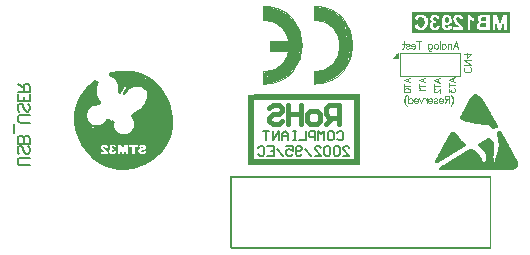
<source format=gbo>
G04*
G04 #@! TF.GenerationSoftware,Altium Limited,Altium Designer,18.0.12 (696)*
G04*
G04 Layer_Color=32896*
%FSLAX25Y25*%
%MOIN*%
G70*
G01*
G75*
%ADD12C,0.00500*%
%ADD15C,0.00394*%
%ADD16C,0.01000*%
%ADD20C,0.00787*%
%ADD22C,0.00402*%
%ADD23C,0.00472*%
%ADD90C,0.01575*%
%ADD99C,0.00800*%
%ADD100R,0.00600X0.00600*%
%ADD101R,0.00700X0.01200*%
%ADD102R,0.01300X0.00400*%
%ADD103R,0.35433X0.01968*%
%ADD104R,0.01968X0.23622*%
G36*
X43032Y68664D02*
X48052Y65908D01*
X51989Y61774D01*
X53564Y57443D01*
X53957Y52621D01*
X53170Y47798D01*
X49922Y42384D01*
X47066Y40033D01*
X47068Y40022D01*
X47032Y40004D01*
X46576Y39628D01*
Y39776D01*
X43524Y38250D01*
X38898Y37266D01*
X34961Y37660D01*
X29154Y40121D01*
X25906Y43073D01*
X24445Y45534D01*
X24233D01*
X21772Y52916D01*
X22352D01*
X22265Y55967D01*
X24135Y61479D01*
X26989Y64924D01*
X28761Y66498D01*
X28662Y66400D01*
X29351Y65908D01*
X28564Y63250D01*
X29450Y60199D01*
X29942Y59313D01*
X29647Y59018D01*
X27973Y58821D01*
X25906Y57247D01*
X25316Y54294D01*
X25852Y52916D01*
X25906D01*
X28072Y50947D01*
X31418Y51439D01*
X32698Y53014D01*
X34272Y52817D01*
X34863Y49865D01*
X36241Y48388D01*
X39489Y48093D01*
X41654Y49668D01*
X42343Y52621D01*
X41261Y54884D01*
X41654Y55573D01*
X43032Y55967D01*
X46182Y59412D01*
X46576Y63447D01*
X44607Y64727D01*
X41359Y65219D01*
X39981Y64235D01*
X38209Y65121D01*
X37521Y64530D01*
X36930Y64727D01*
X36143Y66892D01*
X34076Y68664D01*
X38406Y69254D01*
X43032Y68664D01*
D02*
G37*
G36*
X166787Y82618D02*
X134339D01*
Y89427D01*
X166787D01*
Y82618D01*
D02*
G37*
%LPC*%
G36*
X35751Y45248D02*
X33278D01*
X34490D01*
X34446Y45243D01*
X34397D01*
X34343Y45237D01*
X34282Y45232D01*
X34217Y45221D01*
X34075Y45194D01*
X33939Y45156D01*
X33802Y45101D01*
X33747Y45068D01*
X33693Y45030D01*
X33687D01*
X33682Y45019D01*
X33649Y44992D01*
X33611Y44943D01*
X33562Y44877D01*
X33513Y44801D01*
X33469Y44708D01*
X33442Y44599D01*
X33436Y44539D01*
X33431Y44478D01*
Y44467D01*
Y44446D01*
X33436Y44407D01*
X33442Y44364D01*
X33458Y44309D01*
X33474Y44249D01*
X33502Y44189D01*
X33540Y44129D01*
X33545Y44124D01*
X33562Y44102D01*
X33584Y44074D01*
X33616Y44036D01*
X33660Y43998D01*
X33715Y43949D01*
X33780Y43900D01*
X33857Y43856D01*
X33851D01*
X33829Y43851D01*
X33797Y43840D01*
X33758Y43829D01*
X33676Y43796D01*
X33633Y43780D01*
X33595Y43758D01*
X33589Y43752D01*
X33573Y43741D01*
X33545Y43720D01*
X33513Y43692D01*
X33474Y43659D01*
X33436Y43616D01*
X33398Y43567D01*
X33365Y43512D01*
X33360Y43507D01*
X33349Y43485D01*
X33338Y43452D01*
X33321Y43414D01*
X33305Y43359D01*
X33289Y43299D01*
X33283Y43234D01*
X33278Y43157D01*
Y43113D01*
X33283Y43064D01*
X33294Y42999D01*
X33311Y42917D01*
X33338Y42835D01*
X33371Y42748D01*
X33420Y42655D01*
X33425Y42644D01*
X33447Y42617D01*
X33474Y42573D01*
X33518Y42518D01*
X33578Y42458D01*
X33644Y42398D01*
X33720Y42338D01*
X33813Y42284D01*
X33818D01*
X33824Y42278D01*
X33840Y42273D01*
X33862Y42262D01*
X33884Y42256D01*
X33917Y42245D01*
X33993Y42224D01*
X34091Y42196D01*
X34206Y42180D01*
X34343Y42163D01*
X34490Y42158D01*
X34695D01*
X34556D01*
X34588Y42163D01*
X34632D01*
X34719Y42169D01*
X34823Y42180D01*
X34932Y42196D01*
X35036Y42218D01*
X35134Y42251D01*
X35145Y42256D01*
X35173Y42267D01*
X35216Y42289D01*
X35271Y42322D01*
X35331Y42360D01*
X35396Y42409D01*
X35462Y42464D01*
X35522Y42529D01*
X35527Y42540D01*
X35549Y42562D01*
X35577Y42600D01*
X35609Y42655D01*
X35647Y42726D01*
X35680Y42802D01*
X35719Y42895D01*
X35751Y42993D01*
X34921Y43108D01*
Y43097D01*
X34910Y43070D01*
X34900Y43026D01*
X34883Y42972D01*
X34839Y42857D01*
X34807Y42802D01*
X34774Y42759D01*
X34768Y42753D01*
X34758Y42742D01*
X34730Y42731D01*
X34703Y42715D01*
X34665Y42693D01*
X34616Y42682D01*
X34566Y42671D01*
X34506Y42666D01*
X34479D01*
X34446Y42671D01*
X34408Y42682D01*
X34364Y42693D01*
X34315Y42715D01*
X34272Y42748D01*
X34228Y42786D01*
X34222Y42791D01*
X34212Y42808D01*
X34190Y42835D01*
X34168Y42873D01*
X34151Y42917D01*
X34130Y42977D01*
X34119Y43042D01*
X34113Y43113D01*
Y43124D01*
Y43146D01*
X34119Y43184D01*
X34124Y43234D01*
X34141Y43283D01*
X34157Y43337D01*
X34184Y43387D01*
X34222Y43436D01*
X34228Y43441D01*
X34244Y43452D01*
X34266Y43474D01*
X34299Y43496D01*
X34343Y43512D01*
X34392Y43534D01*
X34452Y43545D01*
X34517Y43550D01*
X34556D01*
X34588Y43545D01*
X34626Y43539D01*
X34670Y43528D01*
X34725Y43518D01*
X34785Y43501D01*
X34747Y44091D01*
X34708D01*
X34670Y44085D01*
X34610D01*
X34577Y44091D01*
X34539Y44096D01*
X34501Y44107D01*
X34452Y44129D01*
X34408Y44151D01*
X34364Y44184D01*
X34359Y44189D01*
X34348Y44200D01*
X34326Y44222D01*
X34304Y44255D01*
X34288Y44287D01*
X34266Y44331D01*
X34255Y44380D01*
X34250Y44429D01*
Y44435D01*
Y44451D01*
X34255Y44478D01*
X34261Y44506D01*
X34272Y44544D01*
X34282Y44577D01*
X34304Y44615D01*
X34332Y44648D01*
X34337Y44653D01*
X34348Y44659D01*
X34364Y44675D01*
X34392Y44691D01*
X34424Y44702D01*
X34463Y44719D01*
X34506Y44724D01*
X34561Y44730D01*
X34583D01*
X34610Y44724D01*
X34648Y44719D01*
X34686Y44708D01*
X34725Y44691D01*
X34763Y44670D01*
X34801Y44637D01*
X34807Y44631D01*
X34818Y44620D01*
X34828Y44599D01*
X34850Y44566D01*
X34867Y44522D01*
X34888Y44473D01*
X34905Y44407D01*
X34921Y44331D01*
X35708Y44467D01*
Y44473D01*
X35702Y44484D01*
X35697Y44506D01*
X35691Y44528D01*
X35675Y44560D01*
X35664Y44599D01*
X35626Y44681D01*
X35577Y44773D01*
X35511Y44872D01*
X35435Y44964D01*
X35336Y45046D01*
X35331D01*
X35325Y45057D01*
X35309Y45063D01*
X35282Y45079D01*
X35254Y45095D01*
X35222Y45112D01*
X35178Y45128D01*
X35129Y45150D01*
X35080Y45166D01*
X35020Y45183D01*
X34954Y45199D01*
X34883Y45216D01*
X34807Y45232D01*
X34725Y45237D01*
X34545Y45248D01*
X35751D01*
D01*
D02*
G37*
G36*
X31733D02*
X30499D01*
X31662D01*
X31624Y45243D01*
X31580D01*
X31482Y45237D01*
X31372Y45221D01*
X31258Y45205D01*
X31148Y45177D01*
X31050Y45145D01*
X31045D01*
X31039Y45139D01*
X31012Y45128D01*
X30963Y45101D01*
X30908Y45068D01*
X30848Y45024D01*
X30783Y44975D01*
X30717Y44910D01*
X30663Y44839D01*
X30657Y44828D01*
X30641Y44801D01*
X30619Y44762D01*
X30591Y44702D01*
X30564Y44637D01*
X30542Y44555D01*
X30526Y44467D01*
X30520Y44375D01*
Y44369D01*
Y44364D01*
Y44347D01*
Y44331D01*
X30531Y44276D01*
X30542Y44205D01*
X30559Y44129D01*
X30591Y44036D01*
X30630Y43943D01*
X30684Y43851D01*
X30690Y43840D01*
X30717Y43807D01*
X30755Y43758D01*
X30815Y43692D01*
X30897Y43610D01*
X30946Y43567D01*
X30996Y43518D01*
X31056Y43468D01*
X31121Y43414D01*
X31192Y43359D01*
X31269Y43305D01*
X31280Y43299D01*
X31307Y43277D01*
X31350Y43244D01*
X31405Y43206D01*
X31460Y43168D01*
X31520Y43130D01*
X31569Y43092D01*
X31607Y43059D01*
X31613Y43053D01*
X31624Y43048D01*
X31640Y43032D01*
X31662Y43015D01*
X31722Y42955D01*
X31804Y42884D01*
X30499D01*
Y42207D01*
X32999D01*
Y42224D01*
X32994Y42245D01*
X32989Y42267D01*
X32983Y42300D01*
X32978Y42338D01*
X32950Y42431D01*
X32917Y42535D01*
X32874Y42649D01*
X32814Y42775D01*
X32743Y42895D01*
X32737Y42900D01*
X32732Y42911D01*
X32721Y42928D01*
X32699Y42955D01*
X32672Y42982D01*
X32645Y43021D01*
X32601Y43064D01*
X32557Y43113D01*
X32508Y43168D01*
X32448Y43228D01*
X32382Y43288D01*
X32306Y43359D01*
X32224Y43430D01*
X32131Y43507D01*
X32033Y43583D01*
X31924Y43665D01*
X31918Y43670D01*
X31907Y43676D01*
X31891Y43692D01*
X31864Y43709D01*
X31804Y43758D01*
X31727Y43818D01*
X31651Y43889D01*
X31569Y43954D01*
X31503Y44020D01*
X31476Y44053D01*
X31454Y44080D01*
X31449Y44085D01*
X31438Y44102D01*
X31421Y44129D01*
X31400Y44167D01*
X31383Y44205D01*
X31367Y44255D01*
X31356Y44298D01*
X31350Y44347D01*
Y44353D01*
Y44369D01*
X31356Y44397D01*
X31361Y44429D01*
X31378Y44467D01*
X31394Y44506D01*
X31421Y44544D01*
X31454Y44582D01*
X31460Y44588D01*
X31471Y44599D01*
X31492Y44615D01*
X31525Y44631D01*
X31563Y44648D01*
X31607Y44664D01*
X31656Y44675D01*
X31711Y44681D01*
X31738D01*
X31765Y44675D01*
X31804Y44670D01*
X31842Y44653D01*
X31886Y44637D01*
X31929Y44609D01*
X31973Y44577D01*
X31978Y44571D01*
X31989Y44560D01*
X32006Y44533D01*
X32028Y44495D01*
X32049Y44446D01*
X32071Y44386D01*
X32088Y44315D01*
X32104Y44227D01*
X32939Y44293D01*
Y44298D01*
Y44309D01*
X32934Y44326D01*
X32928Y44353D01*
X32917Y44413D01*
X32901Y44495D01*
X32874Y44582D01*
X32847Y44670D01*
X32808Y44757D01*
X32765Y44839D01*
X32759Y44850D01*
X32743Y44872D01*
X32710Y44904D01*
X32666Y44948D01*
X32617Y44997D01*
X32552Y45046D01*
X32481Y45095D01*
X32393Y45139D01*
X32388D01*
X32382Y45145D01*
X32350Y45156D01*
X32295Y45172D01*
X32219Y45194D01*
X32126Y45216D01*
X32011Y45232D01*
X31880Y45243D01*
X31733Y45248D01*
D02*
G37*
G36*
X39551Y45199D02*
X37867D01*
X38334D01*
X37870Y43376D01*
X37400Y45199D01*
X36183D01*
Y42207D01*
X36941D01*
Y44489D01*
X37526Y42207D01*
X37046D01*
X38214D01*
X38792Y44489D01*
Y42207D01*
X38558D01*
X39551D01*
Y45199D01*
D02*
G37*
G36*
X42773D02*
X39961D01*
Y44462D01*
X40905D01*
Y42207D01*
X41828D01*
Y44462D01*
X42773D01*
Y42207D01*
Y45199D01*
D02*
G37*
G36*
X44356Y45248D02*
X44302D01*
X44263Y45243D01*
X44214D01*
X44160Y45237D01*
X44100Y45232D01*
X44034Y45221D01*
X43892Y45194D01*
X43745Y45156D01*
X43608Y45101D01*
X43543Y45068D01*
X43483Y45030D01*
X43477D01*
X43472Y45019D01*
X43433Y44992D01*
X43384Y44937D01*
X43324Y44866D01*
X43292Y44822D01*
X43264Y44773D01*
X43231Y44713D01*
X43204Y44653D01*
X43177Y44588D01*
X43155Y44517D01*
X43139Y44435D01*
X43122Y44353D01*
X43996Y44304D01*
Y44315D01*
X44001Y44337D01*
X44012Y44375D01*
X44029Y44418D01*
X44050Y44462D01*
X44072Y44511D01*
X44105Y44560D01*
X44143Y44599D01*
X44149Y44604D01*
X44165Y44615D01*
X44187Y44626D01*
X44220Y44648D01*
X44263Y44664D01*
X44318Y44675D01*
X44378Y44686D01*
X44449Y44691D01*
X44476D01*
X44504Y44686D01*
X44542Y44681D01*
X44624Y44664D01*
X44662Y44642D01*
X44695Y44620D01*
X44700Y44615D01*
X44706Y44609D01*
X44733Y44577D01*
X44760Y44522D01*
X44766Y44489D01*
X44771Y44457D01*
Y44451D01*
Y44446D01*
X44760Y44413D01*
X44744Y44369D01*
X44728Y44347D01*
X44706Y44326D01*
X44700D01*
X44689Y44315D01*
X44673Y44304D01*
X44640Y44287D01*
X44602Y44271D01*
X44547Y44255D01*
X44482Y44233D01*
X44400Y44216D01*
X44394D01*
X44373Y44211D01*
X44340Y44205D01*
X44302Y44194D01*
X44252Y44184D01*
X44192Y44167D01*
X44127Y44151D01*
X44061Y44135D01*
X43919Y44096D01*
X43772Y44047D01*
X43641Y43998D01*
X43581Y43976D01*
X43526Y43949D01*
X43521D01*
X43515Y43943D01*
X43483Y43927D01*
X43439Y43900D01*
X43379Y43861D01*
X43319Y43812D01*
X43253Y43758D01*
X43193Y43692D01*
X43144Y43621D01*
X43139Y43610D01*
X43128Y43589D01*
X43106Y43545D01*
X43084Y43490D01*
X43062Y43425D01*
X43040Y43354D01*
X43029Y43266D01*
X43024Y43179D01*
Y43130D01*
X43035Y43075D01*
X43046Y43004D01*
X43062Y42922D01*
X43095Y42830D01*
X43133Y42737D01*
X43188Y42644D01*
X43193Y42633D01*
X43215Y42606D01*
X43253Y42562D01*
X43302Y42507D01*
X43368Y42447D01*
X43444Y42387D01*
X43532Y42333D01*
X43635Y42278D01*
X43641D01*
X43646Y42273D01*
X43663Y42267D01*
X43685Y42262D01*
X43712Y42251D01*
X43750Y42240D01*
X43788Y42229D01*
X43832Y42218D01*
X43936Y42196D01*
X44061Y42174D01*
X44198Y42163D01*
X44356Y42158D01*
X43024D01*
X45743D01*
X44427D01*
X44482Y42163D01*
X44542Y42169D01*
X44613Y42174D01*
X44689Y42180D01*
X44777Y42196D01*
X44951Y42229D01*
X45126Y42278D01*
X45208Y42311D01*
X45284Y42355D01*
X45355Y42398D01*
X45415Y42447D01*
X45421Y42453D01*
X45426Y42464D01*
X45443Y42480D01*
X45459Y42502D01*
X45481Y42529D01*
X45508Y42562D01*
X45536Y42606D01*
X45563Y42649D01*
X45623Y42759D01*
X45678Y42890D01*
X45716Y43032D01*
X45732Y43113D01*
X45743Y43195D01*
X44864Y43255D01*
Y43244D01*
X44859Y43217D01*
X44853Y43179D01*
X44837Y43135D01*
X44804Y43026D01*
X44777Y42972D01*
X44749Y42928D01*
X44744Y42922D01*
X44722Y42900D01*
X44689Y42873D01*
X44646Y42840D01*
X44585Y42802D01*
X44515Y42775D01*
X44433Y42753D01*
X44340Y42748D01*
X44307D01*
X44274Y42753D01*
X44225Y42759D01*
X44176Y42770D01*
X44127Y42786D01*
X44078Y42808D01*
X44034Y42835D01*
X44029Y42840D01*
X44018Y42851D01*
X44001Y42873D01*
X43979Y42895D01*
X43958Y42928D01*
X43941Y42966D01*
X43930Y43010D01*
X43925Y43053D01*
Y43059D01*
Y43075D01*
X43930Y43097D01*
X43936Y43124D01*
X43952Y43157D01*
X43968Y43190D01*
X43996Y43228D01*
X44029Y43261D01*
X44034Y43266D01*
X44050Y43277D01*
X44083Y43294D01*
X44127Y43316D01*
X44192Y43343D01*
X44274Y43376D01*
X44323Y43392D01*
X44378Y43403D01*
X44438Y43419D01*
X44504Y43436D01*
X44509D01*
X44531Y43441D01*
X44564Y43452D01*
X44602Y43457D01*
X44651Y43474D01*
X44711Y43490D01*
X44771Y43507D01*
X44837Y43528D01*
X44984Y43583D01*
X45126Y43643D01*
X45257Y43714D01*
X45317Y43752D01*
X45372Y43796D01*
Y43801D01*
X45383Y43807D01*
X45410Y43834D01*
X45454Y43883D01*
X45497Y43954D01*
X45546Y44036D01*
X45590Y44135D01*
X45617Y44244D01*
X45623Y44304D01*
X45628Y44369D01*
Y44375D01*
Y44380D01*
Y44407D01*
X45623Y44457D01*
X45612Y44511D01*
X45596Y44577D01*
X45574Y44653D01*
X45541Y44730D01*
X45497Y44806D01*
X45492Y44817D01*
X45470Y44839D01*
X45437Y44877D01*
X45394Y44926D01*
X45339Y44975D01*
X45268Y45030D01*
X45186Y45079D01*
X45093Y45128D01*
X45088D01*
X45082Y45134D01*
X45066Y45139D01*
X45044Y45145D01*
X45017Y45156D01*
X44984Y45166D01*
X44946Y45177D01*
X44902Y45188D01*
X44853Y45199D01*
X44793Y45210D01*
X44667Y45232D01*
X44520Y45243D01*
X44356Y45248D01*
D02*
G37*
G36*
X154985Y88574D02*
Y87298D01*
X154978D01*
X154970Y87305D01*
X154948Y87313D01*
X154919Y87320D01*
X154846Y87356D01*
X154744Y87400D01*
X154620Y87458D01*
X154482Y87539D01*
X154329Y87641D01*
X154168Y87757D01*
X154161Y87765D01*
X154147Y87772D01*
X154125Y87794D01*
X154095Y87823D01*
X154015Y87896D01*
X153928Y87991D01*
X153826Y88107D01*
X153724Y88253D01*
X153629Y88406D01*
X153556Y88574D01*
X152769D01*
Y83500D01*
X154985D01*
D01*
X153738D01*
Y87152D01*
X153745Y87145D01*
X153760Y87130D01*
X153789Y87109D01*
X153833Y87072D01*
X153884Y87028D01*
X153942Y86985D01*
X154015Y86934D01*
X154095Y86875D01*
X154183Y86817D01*
X154278Y86759D01*
X154380Y86693D01*
X154489Y86635D01*
X154722Y86525D01*
X154985Y86423D01*
Y88574D01*
D02*
G37*
G36*
X141885D02*
X141819D01*
X141768Y88566D01*
X141702Y88559D01*
X141637Y88552D01*
X141557Y88537D01*
X141476Y88516D01*
X141294Y88464D01*
X141199Y88428D01*
X141097Y88377D01*
X141003Y88326D01*
X140915Y88268D01*
X140820Y88195D01*
X140740Y88115D01*
X140733Y88107D01*
X140726Y88100D01*
X140704Y88078D01*
X140682Y88049D01*
X140623Y87976D01*
X140558Y87874D01*
X140492Y87750D01*
X140441Y87604D01*
X140398Y87444D01*
X140390Y87364D01*
X140383Y87276D01*
Y87269D01*
Y87247D01*
X140390Y87211D01*
X140398Y87167D01*
X140405Y87109D01*
X140419Y87043D01*
X140441Y86970D01*
X140470Y86890D01*
X140514Y86810D01*
X140558Y86722D01*
X140616Y86635D01*
X140689Y86547D01*
X140777Y86460D01*
X140871Y86372D01*
X140981Y86292D01*
X141112Y86212D01*
X141105D01*
X141090Y86205D01*
X141068D01*
X141039Y86190D01*
X140959Y86168D01*
X140864Y86124D01*
X140755Y86066D01*
X140638Y85993D01*
X140522Y85898D01*
X140419Y85789D01*
X140405Y85774D01*
X140376Y85731D01*
X140339Y85665D01*
X140288Y85570D01*
X140237Y85461D01*
X140201Y85322D01*
X140172Y85177D01*
X140157Y85009D01*
Y84943D01*
X140164Y84900D01*
X140172Y84841D01*
X140186Y84776D01*
X140201Y84696D01*
X140215Y84615D01*
X140274Y84440D01*
X140317Y84346D01*
X140361Y84244D01*
X140419Y84149D01*
X140485Y84054D01*
X140558Y83959D01*
X140645Y83872D01*
X140653Y83864D01*
X140667Y83850D01*
X140696Y83828D01*
X140733Y83799D01*
X140784Y83762D01*
X140835Y83726D01*
X140908Y83682D01*
X140981Y83639D01*
X141061Y83595D01*
X141156Y83551D01*
X141258Y83515D01*
X141360Y83478D01*
X141476Y83449D01*
X141593Y83427D01*
X141724Y83412D01*
X141856Y83405D01*
X140157D01*
D01*
X143510D01*
D01*
X141921D01*
X141972Y83412D01*
X142031Y83420D01*
X142096Y83427D01*
X142169Y83442D01*
X142256Y83456D01*
X142431Y83500D01*
X142621Y83573D01*
X142723Y83617D01*
X142810Y83668D01*
X142905Y83733D01*
X142993Y83799D01*
X143000Y83806D01*
X143015Y83821D01*
X143036Y83843D01*
X143066Y83872D01*
X143102Y83908D01*
X143139Y83959D01*
X143182Y84010D01*
X143226Y84076D01*
X143270Y84149D01*
X143321Y84222D01*
X143401Y84397D01*
X143467Y84601D01*
X143496Y84710D01*
X143510Y84827D01*
X142577Y84943D01*
Y84936D01*
Y84929D01*
X142570Y84885D01*
X142555Y84820D01*
X142534Y84739D01*
X142497Y84652D01*
X142461Y84557D01*
X142402Y84470D01*
X142337Y84389D01*
X142329Y84382D01*
X142300Y84360D01*
X142256Y84331D01*
X142205Y84302D01*
X142132Y84265D01*
X142052Y84236D01*
X141965Y84214D01*
X141863Y84207D01*
X141848D01*
X141812Y84214D01*
X141761Y84222D01*
X141688Y84236D01*
X141608Y84265D01*
X141527Y84302D01*
X141440Y84360D01*
X141360Y84433D01*
X141352Y84440D01*
X141323Y84477D01*
X141294Y84528D01*
X141251Y84593D01*
X141214Y84681D01*
X141177Y84790D01*
X141156Y84914D01*
X141148Y85053D01*
Y85060D01*
Y85067D01*
Y85111D01*
X141156Y85177D01*
X141170Y85264D01*
X141199Y85359D01*
X141236Y85454D01*
X141287Y85549D01*
X141352Y85636D01*
X141360Y85643D01*
X141389Y85672D01*
X141433Y85709D01*
X141484Y85745D01*
X141557Y85789D01*
X141637Y85818D01*
X141724Y85847D01*
X141826Y85855D01*
X141899D01*
X141950Y85847D01*
X142016Y85840D01*
X142096Y85826D01*
X142176Y85804D01*
X142271Y85782D01*
X142169Y86562D01*
X142103D01*
X142031Y86569D01*
X141943Y86576D01*
X141848Y86598D01*
X141746Y86627D01*
X141651Y86671D01*
X141564Y86730D01*
X141557Y86737D01*
X141527Y86766D01*
X141498Y86802D01*
X141455Y86861D01*
X141418Y86926D01*
X141382Y87006D01*
X141360Y87101D01*
X141352Y87211D01*
Y87225D01*
Y87254D01*
X141360Y87298D01*
X141374Y87356D01*
X141389Y87422D01*
X141418Y87488D01*
X141455Y87560D01*
X141506Y87619D01*
X141513Y87626D01*
X141535Y87641D01*
X141564Y87670D01*
X141615Y87699D01*
X141673Y87721D01*
X141739Y87750D01*
X141826Y87765D01*
X141914Y87772D01*
X141958D01*
X142001Y87765D01*
X142060Y87750D01*
X142125Y87728D01*
X142198Y87699D01*
X142271Y87655D01*
X142337Y87597D01*
X142344Y87590D01*
X142366Y87568D01*
X142395Y87524D01*
X142431Y87466D01*
X142468Y87400D01*
X142497Y87313D01*
X142526Y87211D01*
X142548Y87094D01*
X143437Y87240D01*
Y87247D01*
X143430Y87262D01*
Y87283D01*
X143423Y87320D01*
X143401Y87400D01*
X143372Y87510D01*
X143328Y87626D01*
X143284Y87750D01*
X143226Y87867D01*
X143160Y87976D01*
X143153Y87991D01*
X143124Y88020D01*
X143080Y88071D01*
X143022Y88136D01*
X142949Y88202D01*
X142861Y88275D01*
X142752Y88348D01*
X142636Y88414D01*
X142628D01*
X142621Y88421D01*
X142577Y88435D01*
X142504Y88464D01*
X142417Y88494D01*
X142307Y88523D01*
X142176Y88552D01*
X142038Y88566D01*
X141885Y88574D01*
D02*
G37*
G36*
X151442D02*
X148052D01*
X149583D01*
X149532Y88566D01*
X149466Y88559D01*
X149393Y88552D01*
X149313Y88537D01*
X149226Y88523D01*
X149036Y88472D01*
X148847Y88399D01*
X148745Y88355D01*
X148657Y88304D01*
X148562Y88239D01*
X148482Y88166D01*
X148475Y88158D01*
X148460Y88151D01*
X148446Y88122D01*
X148416Y88093D01*
X148380Y88056D01*
X148344Y88005D01*
X148307Y87954D01*
X148263Y87889D01*
X148190Y87743D01*
X148118Y87575D01*
X148089Y87480D01*
X148074Y87378D01*
X148059Y87269D01*
X148052Y87160D01*
Y87546D01*
Y83500D01*
X151442D01*
Y83522D01*
X151435Y83551D01*
X151427Y83587D01*
X151420Y83631D01*
X151413Y83682D01*
X151383Y83814D01*
X151340Y83959D01*
X151281Y84120D01*
X151209Y84295D01*
X151114Y84462D01*
Y84470D01*
X151099Y84484D01*
X151085Y84513D01*
X151056Y84543D01*
X151026Y84593D01*
X150983Y84645D01*
X150932Y84710D01*
X150873Y84783D01*
X150808Y84870D01*
X150727Y84958D01*
X150640Y85060D01*
X150538Y85169D01*
X150429Y85279D01*
X150305Y85403D01*
X150173Y85534D01*
X150028Y85672D01*
X150020Y85680D01*
X149998Y85702D01*
X149969Y85731D01*
X149925Y85774D01*
X149867Y85818D01*
X149809Y85877D01*
X149678Y86008D01*
X149547Y86146D01*
X149415Y86285D01*
X149357Y86343D01*
X149299Y86409D01*
X149255Y86460D01*
X149226Y86503D01*
X149218Y86518D01*
X149197Y86554D01*
X149160Y86613D01*
X149124Y86693D01*
X149087Y86781D01*
X149051Y86883D01*
X149029Y86985D01*
X149022Y87094D01*
Y87101D01*
Y87109D01*
Y87145D01*
X149029Y87211D01*
X149044Y87283D01*
X149065Y87364D01*
X149094Y87444D01*
X149138Y87524D01*
X149197Y87597D01*
X149204Y87604D01*
X149226Y87626D01*
X149269Y87655D01*
X149320Y87685D01*
X149393Y87714D01*
X149474Y87743D01*
X149568Y87765D01*
X149678Y87772D01*
X149729D01*
X149787Y87765D01*
X149853Y87750D01*
X149933Y87728D01*
X150013Y87692D01*
X150093Y87648D01*
X150166Y87590D01*
X150173Y87582D01*
X150195Y87553D01*
X150224Y87510D01*
X150254Y87444D01*
X150290Y87364D01*
X150319Y87254D01*
X150348Y87130D01*
X150363Y86985D01*
X151325Y87079D01*
Y87087D01*
X151318Y87116D01*
Y87152D01*
X151303Y87211D01*
X151296Y87276D01*
X151274Y87349D01*
X151252Y87429D01*
X151231Y87524D01*
X151158Y87706D01*
X151070Y87896D01*
X151012Y87991D01*
X150946Y88078D01*
X150873Y88151D01*
X150793Y88224D01*
X150786Y88231D01*
X150771Y88239D01*
X150749Y88253D01*
X150713Y88282D01*
X150669Y88304D01*
X150611Y88333D01*
X150552Y88370D01*
X150480Y88399D01*
X150399Y88435D01*
X150312Y88464D01*
X150122Y88523D01*
X149896Y88559D01*
X149780Y88566D01*
X149656Y88574D01*
X151442D01*
D02*
G37*
G36*
X139515Y88639D02*
Y86037D01*
X139508Y86102D01*
Y86190D01*
X139494Y86292D01*
X139479Y86416D01*
X139464Y86547D01*
X139435Y86700D01*
X139399Y86853D01*
X139355Y87014D01*
X139304Y87174D01*
X139238Y87342D01*
X139165Y87502D01*
X139078Y87655D01*
X138983Y87801D01*
X138867Y87940D01*
X138859Y87947D01*
X138838Y87969D01*
X138801Y88005D01*
X138750Y88049D01*
X138684Y88100D01*
X138604Y88158D01*
X138517Y88224D01*
X138407Y88289D01*
X138291Y88355D01*
X138167Y88421D01*
X138021Y88479D01*
X137875Y88530D01*
X137707Y88574D01*
X137540Y88610D01*
X137350Y88632D01*
X137161Y88639D01*
X137073D01*
X137008Y88632D01*
X136927Y88625D01*
X136840Y88610D01*
X136738Y88596D01*
X136629Y88574D01*
X136512Y88545D01*
X136388Y88508D01*
X136264Y88464D01*
X136133Y88406D01*
X136009Y88348D01*
X135892Y88275D01*
X135768Y88187D01*
X135659Y88093D01*
X135652D01*
X135644Y88078D01*
X135623Y88056D01*
X135601Y88034D01*
X135572Y87998D01*
X135542Y87954D01*
X135462Y87852D01*
X135382Y87721D01*
X135294Y87560D01*
X135214Y87378D01*
X135141Y87167D01*
X136147Y86926D01*
Y86934D01*
X136155Y86941D01*
Y86963D01*
X136169Y86992D01*
X136191Y87058D01*
X136228Y87145D01*
X136279Y87247D01*
X136344Y87349D01*
X136432Y87451D01*
X136527Y87539D01*
X136541Y87546D01*
X136578Y87575D01*
X136636Y87612D01*
X136716Y87655D01*
X136818Y87699D01*
X136935Y87735D01*
X137066Y87765D01*
X137212Y87772D01*
X137263D01*
X137307Y87765D01*
X137350Y87757D01*
X137409Y87750D01*
X137532Y87721D01*
X137678Y87670D01*
X137831Y87597D01*
X137912Y87553D01*
X137985Y87502D01*
X138057Y87437D01*
X138123Y87364D01*
Y87356D01*
X138138Y87342D01*
X138152Y87320D01*
X138174Y87283D01*
X138203Y87240D01*
X138232Y87189D01*
X138262Y87123D01*
X138291Y87050D01*
X138327Y86963D01*
X138356Y86868D01*
X138385Y86759D01*
X138415Y86642D01*
X138436Y86511D01*
X138451Y86372D01*
X138458Y86219D01*
X138466Y86051D01*
Y86044D01*
Y86008D01*
Y85957D01*
X138458Y85898D01*
Y85818D01*
X138444Y85724D01*
X138436Y85629D01*
X138422Y85519D01*
X138378Y85293D01*
X138320Y85067D01*
X138283Y84958D01*
X138232Y84856D01*
X138181Y84761D01*
X138123Y84681D01*
X138116Y84674D01*
X138109Y84666D01*
X138087Y84645D01*
X138057Y84615D01*
X137985Y84557D01*
X137882Y84484D01*
X137759Y84404D01*
X137605Y84346D01*
X137431Y84295D01*
X137336Y84287D01*
X137234Y84280D01*
X137197D01*
X137168Y84287D01*
X137088Y84295D01*
X136993Y84309D01*
X136891Y84346D01*
X136774Y84389D01*
X136658Y84448D01*
X136541Y84535D01*
X136527Y84550D01*
X136490Y84586D01*
X136439Y84645D01*
X136381Y84732D01*
X136308Y84849D01*
X136242Y84987D01*
X136177Y85155D01*
X136118Y85352D01*
X135127Y85045D01*
Y85038D01*
X135134Y85009D01*
X135149Y84965D01*
X135171Y84907D01*
X135200Y84841D01*
X135229Y84761D01*
X135265Y84674D01*
X135309Y84579D01*
X135411Y84382D01*
X135542Y84178D01*
X135703Y83981D01*
X135790Y83894D01*
X135885Y83814D01*
X135892Y83806D01*
X135907Y83799D01*
X135936Y83777D01*
X135980Y83748D01*
X136031Y83719D01*
X136096Y83689D01*
X136169Y83653D01*
X136249Y83617D01*
X136344Y83573D01*
X136446Y83536D01*
X136556Y83507D01*
X136672Y83478D01*
X136796Y83449D01*
X136935Y83427D01*
X137073Y83420D01*
X137226Y83412D01*
X135127D01*
D01*
X139515Y83412D01*
Y88639D01*
D02*
G37*
G36*
X147469Y88574D02*
X145821D01*
X145785Y88566D01*
X145727D01*
X145661Y88559D01*
X145588Y88545D01*
X145501Y88523D01*
X145413Y88501D01*
X145311Y88464D01*
X145209Y88428D01*
X145107Y88377D01*
X144998Y88319D01*
X144896Y88253D01*
X144793Y88173D01*
X144691Y88078D01*
X144597Y87976D01*
X144589Y87969D01*
X144575Y87947D01*
X144553Y87910D01*
X144516Y87859D01*
X144480Y87794D01*
X144436Y87714D01*
X144392Y87619D01*
X144349Y87510D01*
X144305Y87378D01*
X144254Y87233D01*
X144218Y87072D01*
X144181Y86897D01*
X144145Y86700D01*
X144123Y86489D01*
X144108Y86263D01*
X144101Y86015D01*
Y85884D01*
X144108Y85789D01*
X144115Y85672D01*
X144130Y85541D01*
X144145Y85403D01*
X144167Y85250D01*
X144196Y85082D01*
X144225Y84922D01*
X144269Y84754D01*
X144319Y84586D01*
X144378Y84433D01*
X144451Y84280D01*
X144524Y84141D01*
X144618Y84018D01*
X144626Y84010D01*
X144640Y83988D01*
X144669Y83959D01*
X144713Y83923D01*
X144764Y83879D01*
X144823Y83821D01*
X144896Y83770D01*
X144976Y83711D01*
X145063Y83653D01*
X145165Y83602D01*
X145274Y83551D01*
X145391Y83500D01*
X145522Y83464D01*
X145654Y83434D01*
X145792Y83412D01*
X145945Y83405D01*
X144101D01*
X146003D01*
X146040Y83412D01*
X146091D01*
X146149Y83420D01*
X146288Y83442D01*
X146441Y83485D01*
X146594Y83536D01*
X146754Y83617D01*
X146827Y83660D01*
X146900Y83719D01*
X146907Y83726D01*
X146915Y83733D01*
X146937Y83755D01*
X146958Y83777D01*
X146988Y83814D01*
X147024Y83850D01*
X147053Y83901D01*
X147097Y83952D01*
X147134Y84018D01*
X147177Y84083D01*
X147214Y84163D01*
X147250Y84251D01*
X147287Y84338D01*
X147316Y84440D01*
X147345Y84543D01*
X147367Y84659D01*
X146434Y84768D01*
Y84754D01*
X146426Y84717D01*
X146419Y84666D01*
X146397Y84608D01*
X146375Y84535D01*
X146346Y84462D01*
X146310Y84397D01*
X146259Y84338D01*
X146251Y84331D01*
X146230Y84316D01*
X146200Y84295D01*
X146157Y84273D01*
X146098Y84251D01*
X146040Y84229D01*
X145960Y84214D01*
X145880Y84207D01*
X145865D01*
X145829Y84214D01*
X145777Y84222D01*
X145705Y84244D01*
X145624Y84273D01*
X145544Y84324D01*
X145457Y84389D01*
X145377Y84477D01*
X145369Y84491D01*
X145355Y84506D01*
X145340Y84535D01*
X145326Y84564D01*
X145304Y84608D01*
X145289Y84659D01*
X145260Y84725D01*
X145238Y84798D01*
X145216Y84878D01*
X145194Y84973D01*
X145173Y85075D01*
X145151Y85191D01*
X145136Y85322D01*
X145121Y85468D01*
X145107Y85621D01*
X145114Y85614D01*
X145121Y85607D01*
X145143Y85585D01*
X145173Y85556D01*
X145209Y85527D01*
X145253Y85490D01*
X145355Y85410D01*
X145486Y85330D01*
X145646Y85264D01*
X145734Y85235D01*
X145821Y85220D01*
X145916Y85206D01*
X146018Y85199D01*
X146076D01*
X146120Y85206D01*
X146171Y85213D01*
X146230Y85220D01*
X146368Y85257D01*
X146528Y85308D01*
X146609Y85352D01*
X146696Y85395D01*
X146784Y85446D01*
X146871Y85505D01*
X146958Y85578D01*
X147039Y85658D01*
X147046Y85665D01*
X147061Y85680D01*
X147075Y85709D01*
X147104Y85738D01*
X147141Y85789D01*
X147177Y85840D01*
X147214Y85906D01*
X147250Y85979D01*
X147294Y86059D01*
X147330Y86154D01*
X147367Y86248D01*
X147403Y86358D01*
X147432Y86467D01*
X147447Y86591D01*
X147461Y86722D01*
X147469Y86853D01*
Y83551D01*
Y86934D01*
Y86926D01*
X147461Y86985D01*
X147454Y87050D01*
X147447Y87123D01*
X147432Y87211D01*
X147411Y87298D01*
X147360Y87495D01*
X147323Y87604D01*
X147279Y87706D01*
X147228Y87808D01*
X147163Y87910D01*
X147097Y88005D01*
X147017Y88100D01*
X147010Y88107D01*
X146995Y88122D01*
X146973Y88144D01*
X146937Y88173D01*
X146886Y88209D01*
X146835Y88253D01*
X146769Y88289D01*
X146696Y88341D01*
X146623Y88384D01*
X146528Y88421D01*
X146434Y88464D01*
X146332Y88501D01*
X146222Y88530D01*
X146106Y88552D01*
X145989Y88566D01*
X145858Y88574D01*
X147469D01*
D02*
G37*
G36*
X166000Y88545D02*
X161145D01*
Y83500D01*
X162085D01*
X162093Y87466D01*
X163084Y83500D01*
X164068D01*
X165060Y87466D01*
Y83500D01*
X166000D01*
Y88545D01*
D02*
G37*
G36*
X160110D02*
X157894D01*
X157762Y88537D01*
X157616Y88530D01*
X157471Y88523D01*
X157332Y88508D01*
X157208Y88494D01*
X157194D01*
X157157Y88486D01*
X157106Y88472D01*
X157033Y88450D01*
X156953Y88421D01*
X156866Y88384D01*
X156771Y88341D01*
X156683Y88282D01*
X156676Y88275D01*
X156647Y88253D01*
X156603Y88217D01*
X156545Y88173D01*
X156487Y88107D01*
X156421Y88034D01*
X156355Y87954D01*
X156297Y87859D01*
X156290Y87845D01*
X156275Y87816D01*
X156246Y87757D01*
X156217Y87685D01*
X156188Y87597D01*
X156158Y87502D01*
X156144Y87386D01*
X156137Y87269D01*
Y87262D01*
Y87254D01*
Y87211D01*
X156144Y87145D01*
X156158Y87058D01*
X156188Y86955D01*
X156217Y86846D01*
X156268Y86737D01*
X156333Y86620D01*
X156341Y86606D01*
X156370Y86569D01*
X156414Y86518D01*
X156465Y86452D01*
X156538Y86387D01*
X156625Y86307D01*
X156727Y86241D01*
X156844Y86175D01*
X156836D01*
X156822Y86168D01*
X156800Y86161D01*
X156771Y86154D01*
X156683Y86117D01*
X156581Y86066D01*
X156472Y86008D01*
X156348Y85928D01*
X156239Y85833D01*
X156137Y85716D01*
X156129Y85702D01*
X156100Y85658D01*
X156056Y85592D01*
X156013Y85505D01*
X155969Y85388D01*
X155925Y85264D01*
X155896Y85118D01*
X155889Y84958D01*
Y83500D01*
Y84900D01*
X155896Y84834D01*
X155911Y84747D01*
X155925Y84645D01*
X155954Y84528D01*
X155998Y84411D01*
X156049Y84287D01*
X156056Y84273D01*
X156078Y84236D01*
X156115Y84178D01*
X156166Y84105D01*
X156224Y84018D01*
X156304Y83937D01*
X156385Y83850D01*
X156487Y83770D01*
X156501Y83762D01*
X156538Y83741D01*
X156596Y83704D01*
X156676Y83668D01*
X156778Y83624D01*
X156895Y83587D01*
X157026Y83551D01*
X157172Y83529D01*
X157201D01*
X157230Y83522D01*
X157303D01*
X157354Y83515D01*
X157493D01*
X157580Y83507D01*
X157799D01*
X157923Y83500D01*
X155889D01*
X160110D01*
Y88545D01*
D02*
G37*
%LPD*%
G36*
X148059Y87036D02*
X148067Y86955D01*
X148081Y86853D01*
X148103Y86744D01*
X148132Y86627D01*
X148176Y86511D01*
X148183Y86496D01*
X148198Y86460D01*
X148227Y86394D01*
X148271Y86314D01*
X148322Y86219D01*
X148387Y86110D01*
X148468Y85993D01*
X148562Y85869D01*
X148570Y85862D01*
X148599Y85826D01*
X148643Y85774D01*
X148708Y85702D01*
X148796Y85614D01*
X148905Y85497D01*
X149036Y85374D01*
X149197Y85220D01*
X149204Y85213D01*
X149218Y85206D01*
X149240Y85184D01*
X149269Y85155D01*
X149350Y85082D01*
X149444Y84994D01*
X149539Y84900D01*
X149634Y84805D01*
X149721Y84725D01*
X149751Y84688D01*
X149780Y84659D01*
X149787Y84652D01*
X149802Y84637D01*
X149823Y84608D01*
X149853Y84572D01*
X149918Y84491D01*
X149977Y84397D01*
X148052D01*
Y87101D01*
X148059Y87036D01*
D02*
G37*
G36*
X139515Y83412D02*
X137270Y83412D01*
X137321Y83420D01*
X137394Y83427D01*
X137474Y83434D01*
X137576Y83449D01*
X137686Y83471D01*
X137810Y83500D01*
X137934Y83536D01*
X138065Y83580D01*
X138203Y83639D01*
X138342Y83704D01*
X138480Y83777D01*
X138619Y83872D01*
X138750Y83974D01*
X138874Y84098D01*
X138881Y84105D01*
X138903Y84127D01*
X138932Y84171D01*
X138976Y84222D01*
X139020Y84295D01*
X139078Y84375D01*
X139136Y84477D01*
X139195Y84593D01*
X139253Y84717D01*
X139311Y84856D01*
X139370Y85016D01*
X139413Y85184D01*
X139457Y85359D01*
X139486Y85556D01*
X139508Y85760D01*
X139515Y85979D01*
Y83412D01*
D02*
G37*
G36*
X145996Y87757D02*
X146055Y87743D01*
X146127Y87721D01*
X146200Y87677D01*
X146273Y87626D01*
X146346Y87553D01*
X146353Y87546D01*
X146375Y87510D01*
X146405Y87458D01*
X146434Y87386D01*
X146463Y87291D01*
X146492Y87167D01*
X146514Y87021D01*
X146521Y86853D01*
Y86846D01*
Y86831D01*
Y86810D01*
Y86773D01*
X146514Y86686D01*
X146499Y86584D01*
X146477Y86460D01*
X146441Y86343D01*
X146397Y86226D01*
X146332Y86132D01*
X146324Y86124D01*
X146295Y86095D01*
X146259Y86059D01*
X146200Y86022D01*
X146127Y85979D01*
X146047Y85942D01*
X145952Y85913D01*
X145850Y85906D01*
X145836D01*
X145807Y85913D01*
X145756Y85920D01*
X145690Y85935D01*
X145617Y85957D01*
X145537Y86001D01*
X145457Y86051D01*
X145384Y86124D01*
X145377Y86132D01*
X145355Y86168D01*
X145318Y86219D01*
X145282Y86285D01*
X145253Y86379D01*
X145216Y86489D01*
X145194Y86620D01*
X145187Y86773D01*
Y86781D01*
Y86795D01*
Y86817D01*
Y86853D01*
X145202Y86934D01*
X145216Y87043D01*
X145238Y87160D01*
X145282Y87283D01*
X145333Y87400D01*
X145406Y87510D01*
X145413Y87524D01*
X145442Y87553D01*
X145486Y87590D01*
X145544Y87641D01*
X145617Y87692D01*
X145705Y87728D01*
X145799Y87757D01*
X145902Y87772D01*
X145945D01*
X145996Y87757D01*
D02*
G37*
G36*
X163572Y85097D02*
X162676Y88545D01*
X164476D01*
X163572Y85097D01*
D02*
G37*
G36*
X159089Y86540D02*
X158112D01*
X157988Y86547D01*
X157762D01*
X157719Y86554D01*
X157675D01*
X157646Y86562D01*
X157602Y86569D01*
X157536Y86591D01*
X157471Y86613D01*
X157405Y86642D01*
X157340Y86678D01*
X157281Y86730D01*
X157274Y86737D01*
X157259Y86759D01*
X157230Y86788D01*
X157201Y86839D01*
X157179Y86897D01*
X157150Y86963D01*
X157135Y87043D01*
X157128Y87130D01*
Y87138D01*
Y87167D01*
X157135Y87211D01*
X157143Y87269D01*
X157157Y87327D01*
X157186Y87386D01*
X157216Y87451D01*
X157259Y87510D01*
X157267Y87517D01*
X157281Y87531D01*
X157318Y87560D01*
X157354Y87590D01*
X157412Y87619D01*
X157478Y87648D01*
X157558Y87670D01*
X157646Y87685D01*
X157653D01*
X157682Y87692D01*
X157762D01*
X157806Y87699D01*
X157996D01*
X158076Y87706D01*
X159089D01*
Y86540D01*
D02*
G37*
G36*
Y84353D02*
X157966D01*
X157857Y84360D01*
X157740D01*
X157624Y84368D01*
X157529Y84375D01*
X157485D01*
X157456Y84382D01*
X157449D01*
X157420Y84389D01*
X157376Y84404D01*
X157325Y84418D01*
X157267Y84448D01*
X157201Y84484D01*
X157143Y84528D01*
X157084Y84579D01*
X157077Y84586D01*
X157062Y84608D01*
X157041Y84645D01*
X157011Y84696D01*
X156982Y84754D01*
X156960Y84827D01*
X156946Y84914D01*
X156939Y85009D01*
Y85016D01*
Y85045D01*
X156946Y85089D01*
X156953Y85140D01*
X156968Y85206D01*
X156990Y85264D01*
X157019Y85330D01*
X157055Y85395D01*
X157062Y85403D01*
X157077Y85425D01*
X157099Y85454D01*
X157135Y85483D01*
X157179Y85527D01*
X157237Y85563D01*
X157303Y85599D01*
X157376Y85629D01*
X157383D01*
X157420Y85643D01*
X157478Y85650D01*
X157514Y85658D01*
X157565Y85665D01*
X157616Y85672D01*
X157682Y85680D01*
X157755Y85687D01*
X157843D01*
X157930Y85694D01*
X158032Y85702D01*
X159089D01*
Y84353D01*
D02*
G37*
D12*
X155000Y61800D02*
X155500D01*
X154800Y61700D02*
X155800D01*
X154700Y61600D02*
X156000D01*
X154600Y61500D02*
X156200D01*
X154500Y61400D02*
X156400D01*
X154400Y61300D02*
X156600D01*
X154300Y61200D02*
X156800D01*
X154200Y61100D02*
X156900D01*
X154100Y61000D02*
X157000D01*
X154100Y60900D02*
X157200D01*
X154000Y60800D02*
X157200D01*
X153900Y60700D02*
X157300D01*
X153800Y60600D02*
X157400D01*
X153800Y60500D02*
X157400D01*
X153700Y60400D02*
X157500D01*
X153700Y60300D02*
X157600D01*
X153600Y60200D02*
X157600D01*
X153500Y60100D02*
X157700D01*
X153500Y60000D02*
X157700D01*
X153400Y59900D02*
X157800D01*
X153400Y59800D02*
X157800D01*
X153300Y59700D02*
X157900D01*
X153300Y59600D02*
X158000D01*
X153200Y59500D02*
X158000D01*
X153200Y59400D02*
X158100D01*
X153100Y59300D02*
X158100D01*
X153100Y59200D02*
X158200D01*
X153000Y59100D02*
X158300D01*
X153000Y59000D02*
X158300D01*
X152900Y58900D02*
X158400D01*
X152900Y58800D02*
X158400D01*
X152800Y58700D02*
X158500D01*
X152800Y58600D02*
X158500D01*
X152700Y58500D02*
X158600D01*
X152700Y58400D02*
X158700D01*
X152600Y58300D02*
X158700D01*
X152600Y58200D02*
X158800D01*
X152500Y58100D02*
X158800D01*
X152500Y58000D02*
X158900D01*
X152400Y57900D02*
X158900D01*
X152400Y57800D02*
X159000D01*
X152300Y57700D02*
X159100D01*
X152300Y57600D02*
X159100D01*
X152200Y57500D02*
X159200D01*
X152100Y57400D02*
X159200D01*
X152100Y57300D02*
X159300D01*
X152000Y57200D02*
X159400D01*
X152000Y57100D02*
X159400D01*
X151900Y57000D02*
X159500D01*
X151900Y56900D02*
X159500D01*
X151900Y56800D02*
X159600D01*
X151800Y56700D02*
X159600D01*
X151700Y56600D02*
X159700D01*
X151700Y56500D02*
X159800D01*
X151600Y56400D02*
X159800D01*
X151600Y56300D02*
X159900D01*
X151500Y56200D02*
X159900D01*
X151500Y56100D02*
X160000D01*
X151400Y56000D02*
X160100D01*
X151300Y55800D02*
X160100D01*
X151300Y55700D02*
X160200D01*
X151200Y55600D02*
X160300D01*
X151200Y55500D02*
X160300D01*
X151100Y55400D02*
X160400D01*
X151100Y55300D02*
X160500D01*
X151000Y55200D02*
X160500D01*
X151000Y55100D02*
X160600D01*
X150900Y55000D02*
X160600D01*
X150900Y54900D02*
X160700D01*
X150800Y54800D02*
X160700D01*
X150700Y54700D02*
X160800D01*
X150700Y54600D02*
X160900D01*
X150600Y54500D02*
X160900D01*
X150600Y54400D02*
X161000D01*
X150600Y54300D02*
X161000D01*
X150600Y54200D02*
X161100D01*
X150700Y54100D02*
X161200D01*
X150900Y54000D02*
X161200D01*
X151000Y53900D02*
X161300D01*
X151200Y53800D02*
X161300D01*
X151300Y53700D02*
X161400D01*
X151600Y53600D02*
X161400D01*
X151800Y53500D02*
X161500D01*
X152000Y53400D02*
X161600D01*
X152400Y53300D02*
X161600D01*
X152700Y53200D02*
X161600D01*
X152900Y53100D02*
X161700D01*
X153200Y53000D02*
X161800D01*
X153800Y52900D02*
X161900D01*
X154100Y52800D02*
X161900D01*
X154500Y52700D02*
X162000D01*
X155400Y52600D02*
X162000D01*
X156200Y52500D02*
X162100D01*
X156700Y52400D02*
X162100D01*
X157500Y52300D02*
X162200D01*
X159800Y52200D02*
X162300D01*
X159900Y52100D02*
X162300D01*
X160000Y52000D02*
X162400D01*
X160200Y51900D02*
X162400D01*
X160300Y51800D02*
X162500D01*
X160400Y51700D02*
X162600D01*
X160500Y51600D02*
X162600D01*
X160600Y51500D02*
X162600D01*
X160700Y51400D02*
X162600D01*
X160800Y51300D02*
X162600D01*
X160900Y51200D02*
X162400D01*
X161000Y51100D02*
X162100D01*
X161100Y51000D02*
X161900D01*
X161300Y50900D02*
X161600D01*
X163100Y49600D02*
X163600D01*
X163000Y49500D02*
X163700D01*
X162900Y49400D02*
X163800D01*
X162900Y49300D02*
X163900D01*
X162800Y49200D02*
X164000D01*
X147500Y49100D02*
X148400D01*
X162800D02*
X164000D01*
X147300Y49000D02*
X148700D01*
X162800D02*
X164000D01*
X147200Y48900D02*
X148800D01*
X162800D02*
X164100D01*
X147100Y48800D02*
X148900D01*
X162800D02*
X164100D01*
X147100Y48700D02*
X149000D01*
X162800D02*
X164200D01*
X147000Y48600D02*
X149000D01*
X162900D02*
X164300D01*
X147000Y48500D02*
X149100D01*
X162900D02*
X164300D01*
X146900Y48400D02*
X149200D01*
X162900D02*
X164400D01*
X146900Y48300D02*
X149300D01*
X162900D02*
X164400D01*
X146800Y48200D02*
X149400D01*
X163000D02*
X164500D01*
X146700Y48100D02*
X149400D01*
X163000D02*
X164500D01*
X146700Y48000D02*
X149500D01*
X163000D02*
X164600D01*
X146700Y47900D02*
X149500D01*
X163100D02*
X164700D01*
X146600Y47800D02*
X149600D01*
X163100D02*
X164700D01*
X146500Y47700D02*
X149700D01*
X163100D02*
X164800D01*
X146500Y47600D02*
X149700D01*
X163200D02*
X164800D01*
X146400Y47500D02*
X149800D01*
X163200D02*
X164800D01*
X146400Y47400D02*
X149800D01*
X163200D02*
X164900D01*
X146300Y47300D02*
X149900D01*
X163200D02*
X165000D01*
X146300Y47200D02*
X150000D01*
X163200D02*
X165000D01*
X146200Y47100D02*
X150000D01*
X159400D02*
X160100D01*
X163200D02*
X165100D01*
X146100Y47000D02*
X150100D01*
X159200D02*
X160200D01*
X163300D02*
X165100D01*
X146100Y46900D02*
X150200D01*
X159100D02*
X160300D01*
X163300D02*
X165200D01*
X146000Y46800D02*
X150200D01*
X158900D02*
X160400D01*
X163300D02*
X165200D01*
X146000Y46700D02*
X150400D01*
X158800D02*
X160500D01*
X163300D02*
X165300D01*
X145900Y46600D02*
X150400D01*
X158600D02*
X160500D01*
X163300D02*
X165400D01*
X145900Y46500D02*
X150500D01*
X158500D02*
X160600D01*
X163300D02*
X165400D01*
X145800Y46400D02*
X150600D01*
X158400D02*
X160700D01*
X163400D02*
X165500D01*
X145700Y46300D02*
X150800D01*
X158100D02*
X160800D01*
X163400D02*
X165500D01*
X145700Y46200D02*
X150900D01*
X157900D02*
X160900D01*
X163400D02*
X165600D01*
X145700Y46100D02*
X151000D01*
X157800D02*
X161000D01*
X163500D02*
X165700D01*
X145600Y46000D02*
X151200D01*
X157700D02*
X161100D01*
X163500D02*
X165700D01*
X145600Y45900D02*
X151400D01*
X157500D02*
X161200D01*
X163500D02*
X165800D01*
X145500Y45800D02*
X151500D01*
X157300D02*
X161200D01*
X163500D02*
X165800D01*
X145400Y45700D02*
X151600D01*
X157200D02*
X161300D01*
X163600D02*
X165800D01*
X145400Y45600D02*
X151800D01*
X157000D02*
X161300D01*
X163600D02*
X165900D01*
X145300Y45500D02*
X151900D01*
X156800D02*
X161300D01*
X163600D02*
X166000D01*
X145300Y45400D02*
X152000D01*
X156700D02*
X161400D01*
X163600D02*
X166100D01*
X145200Y45300D02*
X152000D01*
X156700D02*
X161400D01*
X163600D02*
X166100D01*
X145200Y45200D02*
X151900D01*
X156700D02*
X161300D01*
X163600D02*
X166100D01*
X145100Y45100D02*
X151800D01*
X156700D02*
X161300D01*
X163600D02*
X166200D01*
X145000Y45000D02*
X151700D01*
X156700D02*
X161200D01*
X163500D02*
X166200D01*
X145000Y44900D02*
X151600D01*
X156800D02*
X161200D01*
X163500D02*
X166300D01*
X144900Y44800D02*
X151400D01*
X156900D02*
X161200D01*
X163500D02*
X166400D01*
X144900Y44700D02*
X151200D01*
X157100D02*
X161200D01*
X163500D02*
X166400D01*
X144900Y44600D02*
X151000D01*
X157200D02*
X161200D01*
X163500D02*
X166500D01*
X144800Y44500D02*
X150900D01*
X157300D02*
X161200D01*
X163400D02*
X166500D01*
X144700Y44400D02*
X150800D01*
X157400D02*
X161200D01*
X163400D02*
X166600D01*
X144600Y44300D02*
X150600D01*
X157500D02*
X161200D01*
X163400D02*
X166600D01*
X144600Y44200D02*
X150500D01*
X157600D02*
X161200D01*
X163400D02*
X166700D01*
X144600Y44100D02*
X150300D01*
X157700D02*
X161200D01*
X163300D02*
X166800D01*
X144500Y44000D02*
X150100D01*
X157900D02*
X161300D01*
X163300D02*
X166800D01*
X144500Y43900D02*
X149900D01*
X158000D02*
X161300D01*
X163300D02*
X166900D01*
X144400Y43800D02*
X149800D01*
X158100D02*
X161300D01*
X163200D02*
X166900D01*
X144300Y43700D02*
X149600D01*
X158200D02*
X161300D01*
X163200D02*
X166900D01*
X144300Y43600D02*
X149400D01*
X158200D02*
X161300D01*
X163200D02*
X167000D01*
X144200Y43500D02*
X149300D01*
X158300D02*
X161300D01*
X163200D02*
X167100D01*
X144200Y43400D02*
X149100D01*
X153400D02*
X154500D01*
X158400D02*
X161300D01*
X163200D02*
X167100D01*
X144100Y43300D02*
X148900D01*
X153200D02*
X154700D01*
X158500D02*
X161300D01*
X163200D02*
X167200D01*
X144100Y43200D02*
X148700D01*
X153100D02*
X154800D01*
X158600D02*
X161300D01*
X163100D02*
X167200D01*
X144000Y43100D02*
X148600D01*
X152800D02*
X155100D01*
X158700D02*
X161300D01*
X163100D02*
X167300D01*
X143900Y43000D02*
X148400D01*
X152600D02*
X155200D01*
X158800D02*
X161300D01*
X163100D02*
X167300D01*
X143900Y42900D02*
X148300D01*
X152500D02*
X155300D01*
X158800D02*
X161200D01*
X163100D02*
X167400D01*
X143800Y42800D02*
X148100D01*
X152300D02*
X155500D01*
X158900D02*
X161200D01*
X163000D02*
X167500D01*
X143800Y42700D02*
X148000D01*
X152000D02*
X155600D01*
X158900D02*
X161200D01*
X163000D02*
X167500D01*
X143700Y42600D02*
X147700D01*
X151900D02*
X155700D01*
X159000D02*
X161200D01*
X162900D02*
X167600D01*
X143600Y42500D02*
X147500D01*
X151700D02*
X155800D01*
X159100D02*
X161200D01*
X162900D02*
X167600D01*
X143600Y42400D02*
X147400D01*
X151600D02*
X155900D01*
X159100D02*
X161200D01*
X162900D02*
X167700D01*
X143500Y42300D02*
X147300D01*
X151400D02*
X156000D01*
X159200D02*
X161200D01*
X162900D02*
X167700D01*
X143500Y42200D02*
X147100D01*
X151300D02*
X156100D01*
X159200D02*
X161200D01*
X162800D02*
X167800D01*
X143500Y42100D02*
X146900D01*
X151100D02*
X156200D01*
X159200D02*
X161100D01*
X162800D02*
X167900D01*
X143400Y42000D02*
X146800D01*
X150900D02*
X156300D01*
X159300D02*
X161100D01*
X162800D02*
X167900D01*
X143300Y41900D02*
X146600D01*
X150700D02*
X156400D01*
X159300D02*
X161100D01*
X162800D02*
X167900D01*
X143300Y41800D02*
X146400D01*
X150600D02*
X156500D01*
X159300D02*
X161100D01*
X162800D02*
X168000D01*
X143200Y41700D02*
X146300D01*
X150500D02*
X156500D01*
X159300D02*
X161100D01*
X162700D02*
X168000D01*
X143200Y41600D02*
X146100D01*
X150200D02*
X156600D01*
X159300D02*
X161000D01*
X162700D02*
X168100D01*
X143100Y41500D02*
X145900D01*
X150100D02*
X156600D01*
X159300D02*
X161000D01*
X162700D02*
X168200D01*
X143100Y41400D02*
X145800D01*
X150000D02*
X156700D01*
X159300D02*
X161000D01*
X162600D02*
X168300D01*
X143000Y41300D02*
X145600D01*
X149800D02*
X156700D01*
X159300D02*
X161000D01*
X162600D02*
X168300D01*
X142900Y41200D02*
X145500D01*
X149600D02*
X156800D01*
X159300D02*
X161000D01*
X162600D02*
X168300D01*
X142900Y41100D02*
X145200D01*
X149500D02*
X156900D01*
X159300D02*
X161000D01*
X162500D02*
X168400D01*
X142800Y41000D02*
X145100D01*
X149300D02*
X156900D01*
X159300D02*
X161000D01*
X162500D02*
X168400D01*
X142800Y40900D02*
X144900D01*
X149100D02*
X157000D01*
X159300D02*
X161100D01*
X162500D02*
X168500D01*
X142700Y40800D02*
X144800D01*
X149000D02*
X157000D01*
X159200D02*
X161100D01*
X162500D02*
X168600D01*
X142700Y40700D02*
X144600D01*
X148900D02*
X157100D01*
X159200D02*
X161100D01*
X162400D02*
X168600D01*
X142600Y40600D02*
X144500D01*
X148700D02*
X157100D01*
X159200D02*
X161100D01*
X162400D02*
X168700D01*
X142500Y40500D02*
X144300D01*
X148500D02*
X157200D01*
X159200D02*
X161100D01*
X162400D02*
X168700D01*
X142500Y40400D02*
X144100D01*
X148400D02*
X157200D01*
X159200D02*
X161100D01*
X162300D02*
X168800D01*
X142400Y40300D02*
X143900D01*
X148100D02*
X157200D01*
X159200D02*
X161100D01*
X162300D02*
X168800D01*
X142400Y40200D02*
X143800D01*
X148000D02*
X157300D01*
X159200D02*
X161100D01*
X162200D02*
X168900D01*
X142400Y40100D02*
X143600D01*
X147900D02*
X157300D01*
X159100D02*
X161100D01*
X162200D02*
X169000D01*
X142300Y40000D02*
X143400D01*
X147700D02*
X157400D01*
X159100D02*
X161100D01*
X162200D02*
X169000D01*
X142200Y39900D02*
X143300D01*
X147500D02*
X157400D01*
X159100D02*
X161100D01*
X162200D02*
X169000D01*
X142100Y39800D02*
X143100D01*
X147300D02*
X157500D01*
X159000D02*
X161200D01*
X162100D02*
X169100D01*
X142100Y39700D02*
X142900D01*
X147200D02*
X157600D01*
X159000D02*
X161200D01*
X162100D02*
X169100D01*
X142100Y39600D02*
X142800D01*
X147000D02*
X157600D01*
X159000D02*
X161200D01*
X162100D02*
X169200D01*
X142100Y39500D02*
X142700D01*
X146900D02*
X157700D01*
X158900D02*
X161200D01*
X162100D02*
X169200D01*
X142300Y39400D02*
X142400D01*
X146700D02*
X157700D01*
X158900D02*
X161300D01*
X162000D02*
X169200D01*
X146600Y39300D02*
X157800D01*
X158800D02*
X161300D01*
X161900D02*
X169200D01*
X146400Y39200D02*
X157900D01*
X158700D02*
X169200D01*
X146200Y39100D02*
X158000D01*
X158400D02*
X169200D01*
X146100Y39000D02*
X169200D01*
X145900Y38900D02*
X169200D01*
X145700Y38800D02*
X169200D01*
X145600Y38700D02*
X169200D01*
X145500Y38600D02*
X169200D01*
X145200Y38500D02*
X169200D01*
X145100Y38400D02*
X169200D01*
X144900Y38300D02*
X169200D01*
X144800Y38200D02*
X169100D01*
X144600Y38100D02*
X169100D01*
X144400Y38000D02*
X169000D01*
X144300Y37900D02*
X169000D01*
X144200Y37800D02*
X168900D01*
X143900Y37700D02*
X168800D01*
X143800Y37600D02*
X168500D01*
X143700Y37500D02*
X168400D01*
X143600Y37400D02*
X168200D01*
X143500Y37300D02*
X167900D01*
X143500Y37200D02*
X167600D01*
X143500Y37100D02*
X167400D01*
X151400Y55900D02*
X160100D01*
D15*
X101666Y65408D02*
G03*
X101582Y91392I-84J12992D01*
G01*
X101582Y69502D02*
G03*
X101582Y86825I0J8661D01*
G01*
X84757Y65349D02*
G03*
X84672Y91333I-84J12992D01*
G01*
X84672Y69443D02*
G03*
X84672Y86766I0J8661D01*
G01*
X84835Y65408D02*
G03*
X84751Y91392I-84J12992D01*
G01*
X84751Y69502D02*
G03*
X84751Y86825I0J8661D01*
G01*
X127900Y74000D02*
X129700Y75800D01*
Y74000D02*
Y75800D01*
X127900Y74000D02*
X129700D01*
X130300Y75900D02*
X150300D01*
Y68200D02*
Y75900D01*
X130300Y68200D02*
X150300D01*
X130300D02*
Y75900D01*
X101582Y91392D02*
X101582Y86825D01*
Y65492D02*
Y69502D01*
X84672Y86766D02*
Y91333D01*
Y65433D02*
Y69443D01*
X86995Y76412D02*
Y79876D01*
X87015Y76333D02*
X93117D01*
X93019D02*
X93098Y76254D01*
X86995Y79876D02*
X93058D01*
X93216Y80034D01*
X101897Y86963D02*
Y91294D01*
X101798Y87061D02*
X101897Y86963D01*
X101798Y87061D02*
X102192D01*
Y91195D01*
X102487D01*
Y86963D02*
Y91195D01*
X84751Y91392D02*
X84751Y86825D01*
Y65492D02*
Y69502D01*
X85066Y86963D02*
Y91294D01*
X84968Y87061D02*
X85066Y86963D01*
X84968Y87061D02*
X85361D01*
Y91195D01*
X85657D01*
Y86963D02*
Y91195D01*
X160400Y10700D02*
Y34322D01*
X73786D02*
X160400D01*
X73786Y10700D02*
Y34322D01*
Y10700D02*
X160400D01*
X73686Y11100D02*
X160300D01*
X73686D02*
Y34722D01*
X160300D01*
Y11100D02*
Y34722D01*
D16*
X46379Y63250D02*
G03*
X38307Y62321I-3766J-2807D01*
G01*
X41622Y55475D02*
G03*
X41064Y54884I17J-575D01*
G01*
X29347Y65972D02*
G03*
X30139Y59215I4939J-2846D01*
G01*
X41851Y55573D02*
G03*
X46411Y63184I-2198J6488D01*
G01*
X29952Y58889D02*
G03*
X32914Y53487I-669J-3880D01*
G01*
X34414Y52987D02*
G03*
X41206Y54662I3829J-917D01*
G01*
X36733Y62857D02*
G03*
X33784Y68427I-4260J1311D01*
G01*
X28662Y66302D02*
G03*
X33813Y68834I9521J-12864D01*
G01*
X38209Y65317D02*
X39489Y64727D01*
X36721Y62857D02*
X38111Y65317D01*
X33485Y52916D02*
X34442D01*
X32993Y53506D02*
X33563Y52936D01*
X38308Y62365D02*
X39674Y64641D01*
D20*
X6781Y38349D02*
X3969D01*
X3407Y38536D01*
X3032Y38911D01*
X2845Y39474D01*
Y39848D01*
X3032Y40411D01*
X3407Y40786D01*
X3969Y40973D01*
X6781D01*
X6219Y44684D02*
X6594Y44309D01*
X6781Y43747D01*
Y42997D01*
X6594Y42435D01*
X6219Y42060D01*
X5844D01*
X5469Y42248D01*
X5282Y42435D01*
X5094Y42810D01*
X4719Y43935D01*
X4532Y44309D01*
X4344Y44497D01*
X3969Y44684D01*
X3407D01*
X3032Y44309D01*
X2845Y43747D01*
Y42997D01*
X3032Y42435D01*
X3407Y42060D01*
X6781Y45565D02*
X2845D01*
X6781D02*
Y47252D01*
X6594Y47814D01*
X6406Y48002D01*
X6031Y48189D01*
X5656D01*
X5282Y48002D01*
X5094Y47814D01*
X4907Y47252D01*
Y45565D02*
Y47252D01*
X4719Y47814D01*
X4532Y48002D01*
X4157Y48189D01*
X3595D01*
X3220Y48002D01*
X3032Y47814D01*
X2845Y47252D01*
Y45565D01*
X1533Y49070D02*
Y52069D01*
X6781Y52575D02*
X3969D01*
X3407Y52763D01*
X3032Y53138D01*
X2845Y53700D01*
Y54075D01*
X3032Y54637D01*
X3407Y55012D01*
X3969Y55199D01*
X6781D01*
X6219Y58911D02*
X6594Y58536D01*
X6781Y57973D01*
Y57224D01*
X6594Y56661D01*
X6219Y56287D01*
X5844D01*
X5469Y56474D01*
X5282Y56661D01*
X5094Y57036D01*
X4719Y58161D01*
X4532Y58536D01*
X4344Y58723D01*
X3969Y58911D01*
X3407D01*
X3032Y58536D01*
X2845Y57973D01*
Y57224D01*
X3032Y56661D01*
X3407Y56287D01*
X6781Y62228D02*
Y59792D01*
X2845D01*
Y62228D01*
X4907Y59792D02*
Y61291D01*
X6781Y62884D02*
X2845D01*
X6781D02*
Y64571D01*
X6594Y65134D01*
X6406Y65321D01*
X6031Y65508D01*
X5656D01*
X5282Y65321D01*
X5094Y65134D01*
X4907Y64571D01*
Y62884D01*
Y64196D02*
X2845Y65508D01*
X109289Y49292D02*
X109814Y49816D01*
X110863D01*
X111388Y49292D01*
Y47192D01*
X110863Y46668D01*
X109814D01*
X109289Y47192D01*
X106665Y49816D02*
X107715D01*
X108240Y49292D01*
Y47192D01*
X107715Y46668D01*
X106665D01*
X106140Y47192D01*
Y49292D01*
X106665Y49816D01*
X105091Y46668D02*
Y49816D01*
X104042Y48767D01*
X102992Y49816D01*
Y46668D01*
X101942D02*
Y49816D01*
X100368D01*
X99843Y49292D01*
Y48242D01*
X100368Y47717D01*
X101942D01*
X98794Y49816D02*
Y46668D01*
X96695D01*
X95645Y49816D02*
X94596D01*
X95121D01*
Y46668D01*
X95645D01*
X94596D01*
X93021D02*
Y48767D01*
X91972Y49816D01*
X90922Y48767D01*
Y46668D01*
Y48242D01*
X93021D01*
X89873Y46668D02*
Y49816D01*
X87774Y46668D01*
Y49816D01*
X86724D02*
X84625D01*
X85675D01*
Y46668D01*
X111258Y41550D02*
X113357D01*
X111258Y43649D01*
Y44173D01*
X111782Y44698D01*
X112832D01*
X113357Y44173D01*
X110208D02*
X109683Y44698D01*
X108634D01*
X108109Y44173D01*
Y42074D01*
X108634Y41550D01*
X109683D01*
X110208Y42074D01*
Y44173D01*
X107060D02*
X106535Y44698D01*
X105485D01*
X104960Y44173D01*
Y42074D01*
X105485Y41550D01*
X106535D01*
X107060Y42074D01*
Y44173D01*
X101812Y41550D02*
X103911D01*
X101812Y43649D01*
Y44173D01*
X102337Y44698D01*
X103386D01*
X103911Y44173D01*
X100762Y41550D02*
X98663Y43649D01*
X97614Y42074D02*
X97089Y41550D01*
X96039D01*
X95515Y42074D01*
Y44173D01*
X96039Y44698D01*
X97089D01*
X97614Y44173D01*
Y43649D01*
X97089Y43124D01*
X95515D01*
X92366Y44698D02*
X94465D01*
Y43124D01*
X93416Y43649D01*
X92891D01*
X92366Y43124D01*
Y42074D01*
X92891Y41550D01*
X93940D01*
X94465Y42074D01*
X91317Y41550D02*
X89218Y43649D01*
X86069Y44698D02*
X88168D01*
Y41550D01*
X86069D01*
X88168Y43124D02*
X87118D01*
X82920Y44173D02*
X83445Y44698D01*
X84495D01*
X85019Y44173D01*
Y42074D01*
X84495Y41550D01*
X83445D01*
X82920Y42074D01*
D22*
X148545Y66125D02*
X146545Y66887D01*
X148545Y67649D01*
X147878Y67363D02*
Y66411D01*
X146545Y64992D02*
X148545D01*
X146545Y65659D02*
Y64326D01*
Y63897D02*
Y62850D01*
X147307Y63421D01*
Y63136D01*
X147402Y62945D01*
X147497Y62850D01*
X147783Y62755D01*
X147974D01*
X148259Y62850D01*
X148450Y63040D01*
X148545Y63326D01*
Y63612D01*
X148450Y63897D01*
X148354Y63993D01*
X148164Y64088D01*
X143445Y65925D02*
X141445Y66687D01*
X143445Y67449D01*
X142778Y67163D02*
Y66211D01*
X141445Y64792D02*
X143445D01*
X141445Y65459D02*
Y64126D01*
X141921Y63793D02*
X141826D01*
X141636Y63697D01*
X141541Y63602D01*
X141445Y63412D01*
Y63031D01*
X141541Y62840D01*
X141636Y62745D01*
X141826Y62650D01*
X142017D01*
X142207Y62745D01*
X142493Y62936D01*
X143445Y63888D01*
Y62555D01*
X138545Y66025D02*
X136545Y66787D01*
X138545Y67549D01*
X137878Y67263D02*
Y66311D01*
X136545Y64892D02*
X138545D01*
X136545Y65559D02*
Y64226D01*
X136926Y63988D02*
X136831Y63797D01*
X136545Y63512D01*
X138545D01*
X133545Y66025D02*
X131545Y66787D01*
X133545Y67549D01*
X132878Y67263D02*
Y66311D01*
X131545Y64892D02*
X133545D01*
X131545Y65559D02*
Y64226D01*
Y63416D02*
X131641Y63702D01*
X131926Y63893D01*
X132402Y63988D01*
X132688D01*
X133164Y63893D01*
X133450Y63702D01*
X133545Y63416D01*
Y63226D01*
X133450Y62940D01*
X133164Y62750D01*
X132688Y62655D01*
X132402D01*
X131926Y62750D01*
X131641Y62940D01*
X131545Y63226D01*
Y63416D01*
D23*
X147138Y61881D02*
X147363Y61656D01*
X147588Y61319D01*
X147813Y60869D01*
X147925Y60307D01*
Y59857D01*
X147813Y59294D01*
X147588Y58845D01*
X147363Y58507D01*
X147138Y58282D01*
X147363Y61656D02*
X147588Y61206D01*
X147700Y60869D01*
X147813Y60307D01*
Y59857D01*
X147700Y59294D01*
X147588Y58957D01*
X147363Y58507D01*
X146688Y61431D02*
Y59069D01*
Y61431D02*
X145676D01*
X145339Y61319D01*
X145226Y61206D01*
X145114Y60981D01*
Y60756D01*
X145226Y60531D01*
X145339Y60419D01*
X145676Y60307D01*
X146688D01*
X145901D02*
X145114Y59069D01*
X144585Y59969D02*
X143236D01*
Y60194D01*
X143348Y60419D01*
X143461Y60531D01*
X143685Y60644D01*
X144023D01*
X144248Y60531D01*
X144473Y60307D01*
X144585Y59969D01*
Y59744D01*
X144473Y59407D01*
X144248Y59182D01*
X144023Y59069D01*
X143685D01*
X143461Y59182D01*
X143236Y59407D01*
X141492Y60307D02*
X141605Y60531D01*
X141942Y60644D01*
X142280D01*
X142617Y60531D01*
X142730Y60307D01*
X142617Y60082D01*
X142392Y59969D01*
X141830Y59857D01*
X141605Y59744D01*
X141492Y59519D01*
Y59407D01*
X141605Y59182D01*
X141942Y59069D01*
X142280D01*
X142617Y59182D01*
X142730Y59407D01*
X140998Y59969D02*
X139648D01*
Y60194D01*
X139761Y60419D01*
X139873Y60531D01*
X140098Y60644D01*
X140435D01*
X140660Y60531D01*
X140885Y60307D01*
X140998Y59969D01*
Y59744D01*
X140885Y59407D01*
X140660Y59182D01*
X140435Y59069D01*
X140098D01*
X139873Y59182D01*
X139648Y59407D01*
X139142Y60644D02*
Y59069D01*
Y59969D02*
X139030Y60307D01*
X138805Y60531D01*
X138580Y60644D01*
X138242D01*
X138029D02*
X137354Y59069D01*
X136679Y60644D02*
X137354Y59069D01*
X136297Y59969D02*
X134947D01*
Y60194D01*
X135060Y60419D01*
X135172Y60531D01*
X135397Y60644D01*
X135734D01*
X135959Y60531D01*
X136184Y60307D01*
X136297Y59969D01*
Y59744D01*
X136184Y59407D01*
X135959Y59182D01*
X135734Y59069D01*
X135397D01*
X135172Y59182D01*
X134947Y59407D01*
X133092Y61431D02*
Y59069D01*
Y60307D02*
X133317Y60531D01*
X133542Y60644D01*
X133879D01*
X134104Y60531D01*
X134329Y60307D01*
X134441Y59969D01*
Y59744D01*
X134329Y59407D01*
X134104Y59182D01*
X133879Y59069D01*
X133542D01*
X133317Y59182D01*
X133092Y59407D01*
X132462Y61881D02*
X132237Y61656D01*
X132012Y61319D01*
X131787Y60869D01*
X131675Y60307D01*
Y59857D01*
X131787Y59294D01*
X132012Y58845D01*
X132237Y58507D01*
X132462Y58282D01*
X132237Y61656D02*
X132012Y61206D01*
X131900Y60869D01*
X131787Y60307D01*
Y59857D01*
X131900Y59294D01*
X132012Y58957D01*
X132237Y58507D01*
X147919Y77294D02*
X148819Y79656D01*
X149719Y77294D01*
X149381Y78082D02*
X148257D01*
X147368Y78869D02*
Y77294D01*
Y78419D02*
X147031Y78756D01*
X146806Y78869D01*
X146468D01*
X146244Y78756D01*
X146131Y78419D01*
Y77294D01*
X144163Y78869D02*
Y77294D01*
Y78531D02*
X144388Y78756D01*
X144613Y78869D01*
X144950D01*
X145175Y78756D01*
X145400Y78531D01*
X145513Y78194D01*
Y77969D01*
X145400Y77632D01*
X145175Y77407D01*
X144950Y77294D01*
X144613D01*
X144388Y77407D01*
X144163Y77632D01*
X143533Y79656D02*
Y77294D01*
X142476Y78869D02*
X142701Y78756D01*
X142926Y78531D01*
X143038Y78194D01*
Y77969D01*
X142926Y77632D01*
X142701Y77407D01*
X142476Y77294D01*
X142139D01*
X141914Y77407D01*
X141689Y77632D01*
X141576Y77969D01*
Y78194D01*
X141689Y78531D01*
X141914Y78756D01*
X142139Y78869D01*
X142476D01*
X139710D02*
Y77069D01*
X139822Y76732D01*
X139935Y76620D01*
X140159Y76507D01*
X140497D01*
X140722Y76620D01*
X139710Y78531D02*
X139935Y78756D01*
X140159Y78869D01*
X140497D01*
X140722Y78756D01*
X140947Y78531D01*
X141059Y78194D01*
Y77969D01*
X140947Y77632D01*
X140722Y77407D01*
X140497Y77294D01*
X140159D01*
X139935Y77407D01*
X139710Y77632D01*
X136437Y79656D02*
Y77294D01*
X137224Y79656D02*
X135650D01*
X135369Y78194D02*
X134019D01*
Y78419D01*
X134132Y78644D01*
X134244Y78756D01*
X134469Y78869D01*
X134806D01*
X135031Y78756D01*
X135256Y78531D01*
X135369Y78194D01*
Y77969D01*
X135256Y77632D01*
X135031Y77407D01*
X134806Y77294D01*
X134469D01*
X134244Y77407D01*
X134019Y77632D01*
X132276Y78531D02*
X132388Y78756D01*
X132726Y78869D01*
X133063D01*
X133400Y78756D01*
X133513Y78531D01*
X133400Y78307D01*
X133176Y78194D01*
X132613Y78082D01*
X132388Y77969D01*
X132276Y77744D01*
Y77632D01*
X132388Y77407D01*
X132726Y77294D01*
X133063D01*
X133400Y77407D01*
X133513Y77632D01*
X131444Y79656D02*
Y77744D01*
X131331Y77407D01*
X131106Y77294D01*
X130881D01*
X131781Y78869D02*
X130994D01*
X153468Y71074D02*
X153861Y70681D01*
Y69894D01*
X153468Y69500D01*
X151894D01*
X151500Y69894D01*
Y70681D01*
X151894Y71074D01*
X151500Y71861D02*
X153861D01*
X151500Y73436D01*
X153861D01*
X151500Y75404D02*
X153861D01*
X152681Y74223D01*
Y75797D01*
D90*
X109813Y52179D02*
Y58477D01*
X106665D01*
X105615Y57427D01*
Y55328D01*
X106665Y54279D01*
X109813D01*
X107714D02*
X105615Y52179D01*
X102467D02*
X100368D01*
X99318Y53229D01*
Y55328D01*
X100368Y56378D01*
X102467D01*
X103516Y55328D01*
Y53229D01*
X102467Y52179D01*
X97219Y58477D02*
Y52179D01*
Y55328D01*
X93021D01*
Y58477D01*
Y52179D01*
X86724Y57427D02*
X87773Y58477D01*
X89872D01*
X90922Y57427D01*
Y56378D01*
X89872Y55328D01*
X87773D01*
X86724Y54279D01*
Y53229D01*
X87773Y52179D01*
X89872D01*
X90922Y53229D01*
D99*
X102684Y86963D02*
Y90900D01*
X102684Y90900D01*
X103373D01*
Y86963D02*
Y90900D01*
Y86963D02*
X103865D01*
Y90802D01*
X103964Y90703D01*
X104456D01*
Y86766D02*
Y90703D01*
Y86766D02*
X104554Y86668D01*
X104948D01*
Y90506D01*
X105046Y90408D01*
X105539D01*
X105440Y90309D02*
X105539Y90408D01*
X105440Y86372D02*
Y90309D01*
Y86372D02*
X105637Y86176D01*
Y90211D01*
X105637Y90211D01*
X106228D01*
X106129Y90113D02*
X106228Y90211D01*
X106129Y85979D02*
Y90113D01*
Y85979D02*
X106424Y85684D01*
X106523D01*
X106720Y85880D01*
Y90014D01*
Y90014D02*
Y90014D01*
Y90014D02*
X107212Y89522D01*
Y85782D02*
Y89522D01*
X106818Y85388D02*
X107212Y85782D01*
X106818Y85388D02*
X107015D01*
X107409Y84995D01*
X107409D01*
X107507Y85093D01*
Y89522D01*
X107802Y89227D01*
X107901D01*
X107802Y84601D02*
X107901Y89227D01*
X107802Y84601D02*
X108196Y84306D01*
X108294Y89030D01*
X108885Y88636D01*
X108491Y84010D02*
X108885Y88636D01*
X108491Y84010D02*
X108885Y83420D01*
X109082Y88538D01*
X109476Y88144D01*
X109279Y83026D02*
X109476Y88144D01*
X109279Y83026D02*
X109476Y82435D01*
X109869Y87947D01*
X110361Y87554D01*
X109869Y81943D02*
X110361Y87554D01*
X109869Y81943D02*
X110165Y81058D01*
X110558Y87160D01*
X111050Y86865D01*
X110361Y80467D02*
X111050Y86865D01*
X110361Y80467D02*
X110460Y79975D01*
X110558Y78892D01*
X110657Y77809D01*
X110558Y76727D02*
X110657Y77809D01*
X110558Y76727D02*
X114102D01*
X114298Y78302D01*
X113806Y81058D02*
X114298Y78302D01*
X113314Y83124D02*
X113806Y81058D01*
X112724Y84404D02*
X113314Y83124D01*
X111739Y85880D02*
X112724Y84404D01*
X111346Y86274D02*
X111739Y85880D01*
X110854Y80270D02*
X111346Y86274D01*
X110854Y80270D02*
X111149Y77317D01*
X113806D01*
X113609Y79876D02*
X113806Y77317D01*
X112133Y85093D02*
X113609Y79876D01*
X111739Y85191D02*
X112133Y85093D01*
X111444Y79680D02*
X111739Y85191D01*
X111444Y79680D02*
X111739Y77711D01*
X113216Y77908D01*
X113117Y79975D02*
X113216Y77908D01*
X112035Y83813D02*
X113117Y79975D01*
X112035Y79187D02*
Y83813D01*
Y79187D02*
X112330Y78105D01*
X112724Y78400D01*
X112527Y81058D02*
X112724Y78400D01*
X110361Y76235D02*
X110558Y76333D01*
X110361Y76235D02*
X114003Y76333D01*
X113511Y73971D02*
X114003Y76333D01*
X111838Y71117D02*
X113511Y73971D01*
X109279Y68361D02*
X111838Y71117D01*
X107015Y67081D02*
X109279Y68361D01*
X104259Y65998D02*
X107015Y67081D01*
X102389Y65802D02*
X104259Y65998D01*
X101995Y65802D02*
X102389D01*
X101995D02*
X102094Y69050D01*
X105145Y69739D01*
X108098Y71707D01*
X109377Y73774D01*
X110361Y75841D01*
X113413Y75743D01*
X112035Y71904D02*
X113413Y75743D01*
X108984Y68754D02*
X112035Y71904D01*
X104653Y66687D02*
X108984Y68754D01*
X102586Y66392D02*
X104653Y66687D01*
X102586Y66392D02*
Y68853D01*
X105342Y69247D01*
X108294Y71313D01*
X110854Y75447D01*
X112920Y75250D01*
X110263Y69837D02*
X112920Y75250D01*
X110263Y69837D02*
X110361Y70624D01*
X104062Y66491D02*
X110361Y70624D01*
X104062Y66491D02*
X104554Y67081D01*
X103078Y66983D02*
X104554Y67081D01*
X103078Y66983D02*
X103373Y68459D01*
X102881Y68558D02*
X103373Y68459D01*
X102881Y68558D02*
X105539Y68853D01*
X108885Y71215D01*
X110854Y74955D01*
X112232Y74857D01*
X110165Y70723D02*
X112232Y74857D01*
X104358Y67081D02*
X110165Y70723D01*
X104259Y67376D02*
X104358Y67081D01*
X103668Y67475D02*
X104259Y67376D01*
X103668Y67475D02*
X103865Y68065D01*
X105932Y68656D01*
X110066Y71412D01*
X111444Y74660D01*
X109377Y71412D02*
X111444Y74660D01*
X103767Y67180D02*
X109377Y71412D01*
X85853Y86963D02*
Y90900D01*
X85854Y90900D01*
X86542D01*
Y86963D02*
Y90900D01*
Y86963D02*
X87035D01*
Y90802D01*
X87133Y90703D01*
X87625D01*
Y86766D02*
Y90703D01*
Y86766D02*
X87724Y86668D01*
X88117D01*
Y90506D01*
X88216Y90408D01*
X88708D01*
X88609Y90310D02*
X88708Y90408D01*
X88609Y86372D02*
Y90310D01*
Y86372D02*
X88806Y86176D01*
Y90211D01*
X88806Y90211D01*
X89397D01*
X89298Y90113D02*
X89397Y90211D01*
X89298Y85979D02*
Y90113D01*
Y85979D02*
X89594Y85684D01*
X89692D01*
X89889Y85880D01*
Y90014D01*
Y90014D02*
Y90014D01*
Y90014D02*
X90381Y89522D01*
Y85782D02*
Y89522D01*
X89987Y85388D02*
X90381Y85782D01*
X89987Y85388D02*
X90184D01*
X90578Y84995D01*
X90578D01*
X90676Y85093D01*
Y89522D01*
X90972Y89227D01*
X91070D01*
X90972Y84601D02*
X91070Y89227D01*
X90972Y84601D02*
X91365Y84306D01*
X91464Y89030D01*
X92054Y88636D01*
X91661Y84010D02*
X92054Y88636D01*
X91661Y84010D02*
X92054Y83420D01*
X92251Y88538D01*
X92645Y88144D01*
X92448Y83026D02*
X92645Y88144D01*
X92448Y83026D02*
X92645Y82435D01*
X93039Y87947D01*
X93531Y87554D01*
X93039Y81943D02*
X93531Y87554D01*
X93039Y81943D02*
X93334Y81058D01*
X93728Y87160D01*
X94220Y86865D01*
X93531Y80467D02*
X94220Y86865D01*
X93531Y80467D02*
X93629Y79975D01*
X93728Y78892D01*
X93826Y77810D01*
X93728Y76727D02*
X93826Y77810D01*
X93728Y76727D02*
X97271D01*
X97468Y78302D01*
X96976Y81058D02*
X97468Y78302D01*
X96483Y83124D02*
X96976Y81058D01*
X95893Y84404D02*
X96483Y83124D01*
X94909Y85880D02*
X95893Y84404D01*
X94515Y86274D02*
X94909Y85880D01*
X94023Y80270D02*
X94515Y86274D01*
X94023Y80270D02*
X94318Y77317D01*
X96976D01*
X96779Y79876D02*
X96976Y77317D01*
X95302Y85093D02*
X96779Y79876D01*
X94909Y85191D02*
X95302Y85093D01*
X94613Y79680D02*
X94909Y85191D01*
X94613Y79680D02*
X94909Y77711D01*
X96385Y77908D01*
X96287Y79975D02*
X96385Y77908D01*
X95204Y83813D02*
X96287Y79975D01*
X95204Y79187D02*
Y83813D01*
Y79187D02*
X95499Y78105D01*
X95893Y78400D01*
X95696Y81058D02*
X95893Y78400D01*
X93531Y76235D02*
X93728Y76333D01*
X93531Y76235D02*
X97172Y76333D01*
X96680Y73971D02*
X97172Y76333D01*
X95007Y71117D02*
X96680Y73971D01*
X92448Y68361D02*
X95007Y71117D01*
X90184Y67081D02*
X92448Y68361D01*
X87428Y65998D02*
X90184Y67081D01*
X85558Y65802D02*
X87428Y65998D01*
X85165Y65802D02*
X85558D01*
X85165D02*
X85263Y69050D01*
X88314Y69739D01*
X91267Y71707D01*
X92546Y73774D01*
X93531Y75841D01*
X96582Y75743D01*
X95204Y71904D02*
X96582Y75743D01*
X92153Y68754D02*
X95204Y71904D01*
X87822Y66687D02*
X92153Y68754D01*
X85755Y66392D02*
X87822Y66687D01*
X85755Y66392D02*
Y68853D01*
X88511Y69247D01*
X91464Y71313D01*
X94023Y75447D01*
X96090Y75250D01*
X93432Y69837D02*
X96090Y75250D01*
X93432Y69837D02*
X93531Y70624D01*
X87231Y66491D02*
X93531Y70624D01*
X87231Y66491D02*
X87724Y67081D01*
X86247Y66983D02*
X87724Y67081D01*
X86247Y66983D02*
X86542Y68459D01*
X86050Y68558D02*
X86542Y68459D01*
X86050Y68558D02*
X88708Y68853D01*
X92054Y71215D01*
X94023Y74955D01*
X95401Y74857D01*
X93334Y70723D02*
X95401Y74857D01*
X87527Y67081D02*
X93334Y70723D01*
X87428Y67376D02*
X87527Y67081D01*
X86838Y67475D02*
X87428Y67376D01*
X86838Y67475D02*
X87035Y68065D01*
X89102Y68656D01*
X93235Y71412D01*
X94613Y74660D01*
X92546Y71412D02*
X94613Y74660D01*
X86936Y67180D02*
X92546Y71412D01*
X87330Y79581D02*
X93334D01*
X87330Y76825D02*
Y79581D01*
Y76825D02*
X93432Y76727D01*
X92940Y79089D02*
X93432Y76727D01*
X87822Y78991D02*
X92940Y79089D01*
X87822Y77317D02*
Y78991D01*
Y77317D02*
X92842Y77219D01*
X92546Y78498D02*
X92842Y77219D01*
X88216Y78597D02*
X92546Y78498D01*
X88216Y78597D02*
X88314Y77908D01*
X92251Y77810D01*
D100*
X128900Y74600D02*
D03*
D101*
X129350Y74800D02*
D03*
D102*
X128950Y74300D02*
D03*
D103*
X99184Y39385D02*
D03*
Y61039D02*
D03*
D104*
X115922Y50211D02*
D03*
X80489D02*
D03*
M02*

</source>
